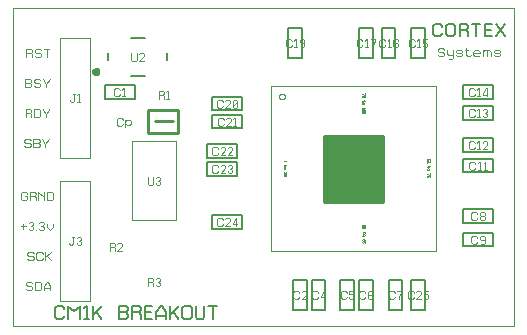
<source format=gto>
G75*
G71*
%OFA0B0*%
%FSLAX23Y23*%
%IPPOS*%
%LPD*%
%ADD10C,0.1*%
%ADD11C,0.111*%
%ADD12C,0.033*%
%ADD13C,0.127*%
%ADD14C,0.05*%
%ADD15C,0.203*%
%ADD16C,0.118*%
%ADD17C,0.25*%
%ADD18C,0.176*%
%LPD*%D10*
X0Y0D02*
X0Y100D01*
X0Y200D01*
X0Y300D01*
X0Y399D01*
X0Y499D01*
X0Y599D01*
X0Y699D01*
X0Y799D01*
X0Y899D01*
X0Y999D01*
X0Y1099D01*
X0Y1198D01*
X0Y1298D01*
X0Y1398D01*
X0Y1498D01*
X0Y1598D01*
X0Y1698D01*
X0Y1798D01*
X0Y1898D01*
X0Y1997D01*
X0Y2097D01*
X0Y2197D01*
X0Y2297D01*
X0Y2397D01*
X0Y2497D01*
X0Y2597D01*
X0Y2697D01*
X0Y2796D01*
X0Y2896D01*
X0Y2996D01*
X0Y3096D01*
X0Y3196D01*
X0Y3296D01*
X0Y3396D01*
X0Y3495D01*
X0Y3595D01*
X0Y3695D01*
X0Y3795D01*
X0Y3895D01*
X0Y3995D01*
X0Y4095D01*
X0Y4195D01*
X0Y4294D01*
X0Y4394D01*
X0Y4494D01*
X0Y4594D01*
X0Y4694D01*
X0Y4794D01*
X0Y4894D01*
X0Y4994D01*
X0Y5093D01*
X0Y5193D01*
X0Y5293D01*
X0Y5393D01*
X0Y5493D01*
X0Y5593D01*
X0Y5693D01*
X0Y5793D01*
X0Y5892D01*
X0Y5992D01*
X0Y6092D01*
X0Y6192D01*
X0Y6292D01*
X0Y6392D01*
X0Y6492D01*
X0Y6591D01*
X0Y6691D01*
X0Y6791D01*
X0Y6891D01*
X0Y6991D01*
X0Y7091D01*
X0Y7191D01*
X0Y7291D01*
X0Y7390D01*
X0Y7490D01*
X0Y7590D01*
X0Y7690D01*
X0Y7790D01*
X0Y7890D01*
X0Y7990D01*
X0Y8090D01*
X0Y8189D01*
X0Y8289D01*
X0Y8389D01*
X0Y8489D01*
X0Y8589D01*
X0Y8689D01*
X0Y8789D01*
X0Y8888D01*
X0Y8988D01*
X0Y9088D01*
X0Y9188D01*
X0Y9288D01*
X0Y9388D01*
X0Y9488D01*
X0Y9588D01*
X0Y9687D01*
X0Y9787D01*
X0Y9887D01*
X0Y9987D01*
X0Y10087D01*
X0Y10187D01*
X0Y10287D01*
X0Y10387D01*
X0Y10486D01*
X0Y10586D01*
X0Y10686D01*
X0Y10786D01*
X0Y10886D01*
X0Y10986D01*
X0Y11086D01*
X0Y11186D01*
X0Y11285D01*
X0Y11385D01*
X0Y11485D01*
X0Y11585D01*
X0Y11685D01*
X0Y11785D01*
X0Y11885D01*
X0Y11985D01*
X0Y12084D01*
X0Y12184D01*
X0Y12284D01*
X0Y12384D01*
X0Y12484D01*
X0Y12584D01*
X0Y12684D01*
X0Y12783D01*
X0Y12883D01*
X0Y12983D01*
X0Y13083D01*
X0Y13183D01*
X0Y13283D01*
X0Y13383D01*
X0Y13483D01*
X0Y13582D01*
X0Y13682D01*
X0Y13782D01*
X0Y13882D01*
X0Y13982D01*
X0Y14082D01*
X0Y14182D01*
X0Y14282D01*
X0Y14381D01*
X0Y14481D01*
X0Y14581D01*
X0Y14681D01*
X0Y14781D01*
X0Y14881D01*
X0Y14981D01*
X0Y15081D01*
X0Y15180D01*
X0Y15280D01*
X0Y15380D01*
X0Y15480D01*
X0Y15580D01*
X0Y15680D01*
X0Y15780D01*
X0Y15879D01*
X0Y15979D01*
X0Y16079D01*
X0Y16179D01*
X0Y16279D01*
X0Y16379D01*
X0Y16479D01*
X0Y16579D01*
X0Y16678D01*
X0Y16778D01*
X0Y16878D01*
X0Y16978D01*
X0Y17078D01*
X0Y17178D01*
X0Y17278D01*
X0Y17378D01*
X0Y17477D01*
X0Y17577D01*
X0Y17677D01*
X0Y17777D01*
X0Y17877D01*
X0Y17977D01*
X0Y18077D01*
X0Y18177D01*
X0Y18276D01*
X0Y18376D01*
X0Y18476D01*
X0Y18576D01*
X0Y18676D01*
X0Y18776D01*
X0Y18876D01*
X0Y18975D01*
X0Y19075D01*
X0Y19175D01*
X0Y19275D01*
X0Y19375D01*
X0Y19475D01*
X0Y19575D01*
X0Y19675D01*
X0Y19774D01*
X0Y19874D01*
X0Y19974D01*
X0Y20074D01*
X0Y20174D01*
X0Y20274D01*
X0Y20374D01*
X0Y20474D01*
X0Y20573D01*
X0Y20673D01*
X0Y20773D01*
X0Y20873D01*
X0Y20973D01*
X0Y21073D01*
X0Y21173D01*
X0Y21273D01*
X0Y21372D01*
X0Y21472D01*
X0Y21572D01*
X0Y21672D01*
X0Y21772D01*
X0Y21872D01*
X0Y21972D01*
X0Y22071D01*
X0Y22171D01*
X0Y22271D01*
X0Y22371D01*
X0Y22471D01*
X0Y22571D01*
X0Y22671D01*
X0Y22771D01*
X0Y22870D01*
X0Y22970D01*
X0Y23070D01*
X0Y23170D01*
X0Y23270D01*
X0Y23370D01*
X0Y23470D01*
X0Y23570D01*
X0Y23669D01*
X0Y23769D01*
X0Y23869D01*
X0Y23969D01*
X0Y24069D01*
X0Y24169D01*
X0Y24269D01*
X0Y24369D01*
X0Y24468D01*
X0Y24568D01*
X0Y24668D01*
X0Y24768D01*
X0Y24868D01*
X0Y24968D01*
X0Y25068D01*
X0Y25168D01*
X0Y25267D01*
X0Y25367D01*
X0Y25467D01*
X0Y25567D01*
X0Y25667D01*
X0Y25767D01*
X0Y25867D01*
X0Y25967D01*
X0Y26066D01*
X0Y26166D01*
X0Y26266D01*
X0Y26366D01*
X0Y26466D01*
X0Y26566D01*
X0Y26666D01*
X0Y26765D01*
X0Y26865D01*
X0Y26965D01*
X100Y26965D01*
X200Y26965D01*
X299Y26965D01*
X399Y26965D01*
X499Y26965D01*
X599Y26965D01*
X698Y26965D01*
X798Y26965D01*
X898Y26965D01*
X998Y26965D01*
X1098Y26965D01*
X1197Y26965D01*
X1297Y26965D01*
X1397Y26965D01*
X1497Y26965D01*
X1596Y26965D01*
X1696Y26965D01*
X1796Y26965D01*
X1896Y26965D01*
X1995Y26965D01*
X2095Y26965D01*
X2195Y26965D01*
X2295Y26965D01*
X2395Y26965D01*
X2494Y26965D01*
X2594Y26965D01*
X2694Y26965D01*
X2794Y26965D01*
X2893Y26965D01*
X2993Y26965D01*
X3093Y26965D01*
X3193Y26965D01*
X3293Y26965D01*
X3392Y26965D01*
X3492Y26965D01*
X3592Y26965D01*
X3692Y26965D01*
X3791Y26965D01*
X3891Y26965D01*
X3991Y26965D01*
X4091Y26965D01*
X4190Y26965D01*
X4290Y26965D01*
X4390Y26965D01*
X4490Y26965D01*
X4590Y26965D01*
X4689Y26965D01*
X4789Y26965D01*
X4889Y26965D01*
X4989Y26965D01*
X5088Y26965D01*
X5188Y26965D01*
X5288Y26965D01*
X5388Y26965D01*
X5488Y26965D01*
X5587Y26965D01*
X5687Y26965D01*
X5787Y26965D01*
X5887Y26965D01*
X5986Y26965D01*
X6086Y26965D01*
X6186Y26965D01*
X6286Y26965D01*
X6385Y26965D01*
X6485Y26965D01*
X6585Y26965D01*
X6685Y26965D01*
X6785Y26965D01*
X6884Y26965D01*
X6984Y26965D01*
X7084Y26965D01*
X7184Y26965D01*
X7283Y26965D01*
X7383Y26965D01*
X7483Y26965D01*
X7583Y26965D01*
X7683Y26965D01*
X7782Y26965D01*
X7882Y26965D01*
X7982Y26965D01*
X8082Y26965D01*
X8181Y26965D01*
X8281Y26965D01*
X8381Y26965D01*
X8481Y26965D01*
X8580Y26965D01*
X8680Y26965D01*
X8780Y26965D01*
X8880Y26965D01*
X8980Y26965D01*
X9079Y26965D01*
X9179Y26965D01*
X9279Y26965D01*
X9379Y26965D01*
X9478Y26965D01*
X9578Y26965D01*
X9678Y26965D01*
X9778Y26965D01*
X9878Y26965D01*
X9977Y26965D01*
X10077Y26965D01*
X10177Y26965D01*
X10277Y26965D01*
X10376Y26965D01*
X10476Y26965D01*
X10576Y26965D01*
X10676Y26965D01*
X10775Y26965D01*
X10875Y26965D01*
X10975Y26965D01*
X11075Y26965D01*
X11175Y26965D01*
X11274Y26965D01*
X11374Y26965D01*
X11474Y26965D01*
X11574Y26965D01*
X11673Y26965D01*
X11773Y26965D01*
X11873Y26965D01*
X11973Y26965D01*
X12073Y26965D01*
X12172Y26965D01*
X12272Y26965D01*
X12372Y26965D01*
X12472Y26965D01*
X12571Y26965D01*
X12671Y26965D01*
X12771Y26965D01*
X12871Y26965D01*
X12970Y26965D01*
X13070Y26965D01*
X13170Y26965D01*
X13270Y26965D01*
X13370Y26965D01*
X13469Y26965D01*
X13569Y26965D01*
X13669Y26965D01*
X13769Y26965D01*
X13868Y26965D01*
X13968Y26965D01*
X14068Y26965D01*
X14168Y26965D01*
X14268Y26965D01*
X14367Y26965D01*
X14467Y26965D01*
X14567Y26965D01*
X14667Y26965D01*
X14766Y26965D01*
X14866Y26965D01*
X14966Y26965D01*
X15066Y26965D01*
X15165Y26965D01*
X15265Y26965D01*
X15365Y26965D01*
X15465Y26965D01*
X15565Y26965D01*
X15664Y26965D01*
X15764Y26965D01*
X15864Y26965D01*
X15964Y26965D01*
X16063Y26965D01*
X16163Y26965D01*
X16263Y26965D01*
X16363Y26965D01*
X16463Y26965D01*
X16562Y26965D01*
X16662Y26965D01*
X16762Y26965D01*
X16862Y26965D01*
X16961Y26965D01*
X17061Y26965D01*
X17161Y26965D01*
X17261Y26965D01*
X17361Y26965D01*
X17460Y26965D01*
X17560Y26965D01*
X17660Y26965D01*
X17760Y26965D01*
X17859Y26965D01*
X17959Y26965D01*
X18059Y26965D01*
X18159Y26965D01*
X18258Y26965D01*
X18358Y26965D01*
X18458Y26965D01*
X18558Y26965D01*
X18658Y26965D01*
X18757Y26965D01*
X18857Y26965D01*
X18957Y26965D01*
X19057Y26965D01*
X19156Y26965D01*
X19256Y26965D01*
X19356Y26965D01*
X19456Y26965D01*
X19556Y26965D01*
X19655Y26965D01*
X19755Y26965D01*
X19855Y26965D01*
X19955Y26965D01*
X20054Y26965D01*
X20154Y26965D01*
X20254Y26965D01*
X20354Y26965D01*
X20453Y26965D01*
X20553Y26965D01*
X20653Y26965D01*
X20753Y26965D01*
X20853Y26965D01*
X20952Y26965D01*
X21052Y26965D01*
X21152Y26965D01*
X21252Y26965D01*
X21351Y26965D01*
X21451Y26965D01*
X21551Y26965D01*
X21651Y26965D01*
X21751Y26965D01*
X21850Y26965D01*
X21950Y26965D01*
X22050Y26965D01*
X22150Y26965D01*
X22249Y26965D01*
X22349Y26965D01*
X22449Y26965D01*
X22549Y26965D01*
X22649Y26965D01*
X22748Y26965D01*
X22848Y26965D01*
X22948Y26965D01*
X23048Y26965D01*
X23147Y26965D01*
X23247Y26965D01*
X23347Y26965D01*
X23447Y26965D01*
X23546Y26965D01*
X23646Y26965D01*
X23746Y26965D01*
X23846Y26965D01*
X23946Y26965D01*
X24045Y26965D01*
X24145Y26965D01*
X24245Y26965D01*
X24345Y26965D01*
X24444Y26965D01*
X24544Y26965D01*
X24644Y26965D01*
X24744Y26965D01*
X24844Y26965D01*
X24943Y26965D01*
X25043Y26965D01*
X25143Y26965D01*
X25243Y26965D01*
X25342Y26965D01*
X25442Y26965D01*
X25542Y26965D01*
X25642Y26965D01*
X25741Y26965D01*
X25841Y26965D01*
X25941Y26965D01*
X26041Y26965D01*
X26141Y26965D01*
X26240Y26965D01*
X26340Y26965D01*
X26440Y26965D01*
X26540Y26965D01*
X26639Y26965D01*
X26739Y26965D01*
X26839Y26965D01*
X26939Y26965D01*
X27039Y26965D01*
X27138Y26965D01*
X27238Y26965D01*
X27338Y26965D01*
X27438Y26965D01*
X27537Y26965D01*
X27637Y26965D01*
X27737Y26965D01*
X27837Y26965D01*
X27936Y26965D01*
X28036Y26965D01*
X28136Y26965D01*
X28236Y26965D01*
X28336Y26965D01*
X28435Y26965D01*
X28535Y26965D01*
X28635Y26965D01*
X28735Y26965D01*
X28834Y26965D01*
X28934Y26965D01*
X29034Y26965D01*
X29134Y26965D01*
X29234Y26965D01*
X29333Y26965D01*
X29433Y26965D01*
X29533Y26965D01*
X29633Y26965D01*
X29732Y26965D01*
X29832Y26965D01*
X29932Y26965D01*
X30032Y26965D01*
X30131Y26965D01*
X30231Y26965D01*
X30331Y26965D01*
X30431Y26965D01*
X30531Y26965D01*
X30630Y26965D01*
X30730Y26965D01*
X30830Y26965D01*
X30930Y26965D01*
X31029Y26965D01*
X31129Y26965D01*
X31229Y26965D01*
X31329Y26965D01*
X31429Y26965D01*
X31528Y26965D01*
X31628Y26965D01*
X31728Y26965D01*
X31828Y26965D01*
X31927Y26965D01*
X32027Y26965D01*
X32127Y26965D01*
X32227Y26965D01*
X32327Y26965D01*
X32426Y26965D01*
X32526Y26965D01*
X32626Y26965D01*
X32726Y26965D01*
X32825Y26965D01*
X32925Y26965D01*
X33025Y26965D01*
X33125Y26965D01*
X33224Y26965D01*
X33324Y26965D01*
X33424Y26965D01*
X33524Y26965D01*
X33624Y26965D01*
X33723Y26965D01*
X33823Y26965D01*
X33923Y26965D01*
X34023Y26965D01*
X34122Y26965D01*
X34222Y26965D01*
X34322Y26965D01*
X34422Y26965D01*
X34522Y26965D01*
X34621Y26965D01*
X34721Y26965D01*
X34821Y26965D01*
X34921Y26965D01*
X35020Y26965D01*
X35120Y26965D01*
X35220Y26965D01*
X35320Y26965D01*
X35419Y26965D01*
X35519Y26965D01*
X35619Y26965D01*
X35719Y26965D01*
X35819Y26965D01*
X35918Y26965D01*
X36018Y26965D01*
X36118Y26965D01*
X36218Y26965D01*
X36317Y26965D01*
X36417Y26965D01*
X36517Y26965D01*
X36617Y26965D01*
X36717Y26965D01*
X36816Y26965D01*
X36916Y26965D01*
X37016Y26965D01*
X37116Y26965D01*
X37215Y26965D01*
X37315Y26965D01*
X37415Y26965D01*
X37515Y26965D01*
X37615Y26965D01*
X37714Y26965D01*
X37814Y26965D01*
X37914Y26965D01*
X38014Y26965D01*
X38113Y26965D01*
X38213Y26965D01*
X38313Y26965D01*
X38413Y26965D01*
X38513Y26965D01*
X38612Y26965D01*
X38712Y26965D01*
X38812Y26965D01*
X38912Y26965D01*
X39011Y26965D01*
X39111Y26965D01*
X39211Y26965D01*
X39311Y26965D01*
X39410Y26965D01*
X39510Y26965D01*
X39610Y26965D01*
X39710Y26965D01*
X39810Y26965D01*
X39909Y26965D01*
X40009Y26965D01*
X40109Y26965D01*
X40209Y26965D01*
X40308Y26965D01*
X40408Y26965D01*
X40508Y26965D01*
X40608Y26965D01*
X40708Y26965D01*
X40807Y26965D01*
X40907Y26965D01*
X41007Y26965D01*
X41107Y26965D01*
X41206Y26965D01*
X41306Y26965D01*
X41406Y26965D01*
X41506Y26965D01*
X41606Y26965D01*
X41705Y26965D01*
X41805Y26965D01*
X41905Y26965D01*
X42005Y26965D01*
X42104Y26965D01*
X42204Y26965D01*
X42304Y26965D01*
X42404Y26965D01*
X42404Y26865D01*
X42404Y26766D01*
X42404Y26666D01*
X42404Y26566D01*
X42404Y26466D01*
X42404Y26366D01*
X42404Y26266D01*
X42404Y26166D01*
X42404Y26066D01*
X42404Y25967D01*
X42404Y25867D01*
X42404Y25767D01*
X42404Y25667D01*
X42404Y25567D01*
X42404Y25467D01*
X42404Y25367D01*
X42404Y25267D01*
X42404Y25168D01*
X42404Y25068D01*
X42404Y24968D01*
X42404Y24868D01*
X42404Y24768D01*
X42404Y24668D01*
X42404Y24568D01*
X42404Y24468D01*
X42404Y24369D01*
X42404Y24269D01*
X42404Y24169D01*
X42404Y24069D01*
X42404Y23969D01*
X42404Y23869D01*
X42404Y23769D01*
X42404Y23670D01*
X42404Y23570D01*
X42404Y23470D01*
X42404Y23370D01*
X42404Y23270D01*
X42404Y23170D01*
X42404Y23070D01*
X42404Y22970D01*
X42404Y22871D01*
X42404Y22771D01*
X42404Y22671D01*
X42404Y22571D01*
X42404Y22471D01*
X42404Y22371D01*
X42404Y22271D01*
X42404Y22171D01*
X42404Y22072D01*
X42404Y21972D01*
X42404Y21872D01*
X42404Y21772D01*
X42404Y21672D01*
X42404Y21572D01*
X42404Y21472D01*
X42404Y21372D01*
X42404Y21273D01*
X42404Y21173D01*
X42404Y21073D01*
X42404Y20973D01*
X42404Y20873D01*
X42404Y20773D01*
X42404Y20673D01*
X42404Y20574D01*
X42404Y20474D01*
X42404Y20374D01*
X42404Y20274D01*
X42404Y20174D01*
X42404Y20074D01*
X42404Y19974D01*
X42404Y19874D01*
X42404Y19775D01*
X42404Y19675D01*
X42404Y19575D01*
X42404Y19475D01*
X42404Y19375D01*
X42404Y19275D01*
X42404Y19175D01*
X42404Y19075D01*
X42404Y18976D01*
X42404Y18876D01*
X42404Y18776D01*
X42404Y18676D01*
X42404Y18576D01*
X42404Y18476D01*
X42404Y18376D01*
X42404Y18276D01*
X42404Y18177D01*
X42404Y18077D01*
X42404Y17977D01*
X42404Y17877D01*
X42404Y17777D01*
X42404Y17677D01*
X42404Y17577D01*
X42404Y17478D01*
X42404Y17378D01*
X42404Y17278D01*
X42404Y17178D01*
X42404Y17078D01*
X42404Y16978D01*
X42404Y16878D01*
X42404Y16778D01*
X42404Y16679D01*
X42404Y16579D01*
X42404Y16479D01*
X42404Y16379D01*
X42404Y16279D01*
X42404Y16179D01*
X42404Y16079D01*
X42404Y15979D01*
X42404Y15880D01*
X42404Y15780D01*
X42404Y15680D01*
X42404Y15580D01*
X42404Y15480D01*
X42404Y15380D01*
X42404Y15280D01*
X42404Y15180D01*
X42404Y15081D01*
X42404Y14981D01*
X42404Y14881D01*
X42404Y14781D01*
X42404Y14681D01*
X42404Y14581D01*
X42404Y14481D01*
X42404Y14382D01*
X42404Y14282D01*
X42404Y14182D01*
X42404Y14082D01*
X42404Y13982D01*
X42404Y13882D01*
X42404Y13782D01*
X42404Y13682D01*
X42404Y13583D01*
X42404Y13483D01*
X42404Y13383D01*
X42404Y13283D01*
X42404Y13183D01*
X42404Y13083D01*
X42404Y12983D01*
X42404Y12883D01*
X42404Y12784D01*
X42404Y12684D01*
X42404Y12584D01*
X42404Y12484D01*
X42404Y12384D01*
X42404Y12284D01*
X42404Y12184D01*
X42404Y12084D01*
X42404Y11985D01*
X42404Y11885D01*
X42404Y11785D01*
X42404Y11685D01*
X42404Y11585D01*
X42404Y11485D01*
X42404Y11385D01*
X42404Y11286D01*
X42404Y11186D01*
X42404Y11086D01*
X42404Y10986D01*
X42404Y10886D01*
X42404Y10786D01*
X42404Y10686D01*
X42404Y10586D01*
X42404Y10487D01*
X42404Y10387D01*
X42404Y10287D01*
X42404Y10187D01*
X42404Y10087D01*
X42404Y9987D01*
X42404Y9887D01*
X42404Y9787D01*
X42404Y9688D01*
X42404Y9588D01*
X42404Y9488D01*
X42404Y9388D01*
X42404Y9288D01*
X42404Y9188D01*
X42404Y9088D01*
X42404Y8988D01*
X42404Y8889D01*
X42404Y8789D01*
X42404Y8689D01*
X42404Y8589D01*
X42404Y8489D01*
X42404Y8389D01*
X42404Y8289D01*
X42404Y8190D01*
X42404Y8090D01*
X42404Y7990D01*
X42404Y7890D01*
X42404Y7790D01*
X42404Y7690D01*
X42404Y7590D01*
X42404Y7490D01*
X42404Y7391D01*
X42404Y7291D01*
X42404Y7191D01*
X42404Y7091D01*
X42404Y6991D01*
X42404Y6891D01*
X42404Y6791D01*
X42404Y6691D01*
X42404Y6592D01*
X42404Y6492D01*
X42404Y6392D01*
X42404Y6292D01*
X42404Y6192D01*
X42404Y6092D01*
X42404Y5992D01*
X42404Y5892D01*
X42404Y5793D01*
X42404Y5693D01*
X42404Y5593D01*
X42404Y5493D01*
X42404Y5393D01*
X42404Y5293D01*
X42404Y5193D01*
X42404Y5093D01*
X42404Y4994D01*
X42404Y4894D01*
X42404Y4794D01*
X42404Y4694D01*
X42404Y4594D01*
X42404Y4494D01*
X42404Y4394D01*
X42404Y4295D01*
X42404Y4195D01*
X42404Y4095D01*
X42404Y3995D01*
X42404Y3895D01*
X42404Y3795D01*
X42404Y3695D01*
X42404Y3595D01*
X42404Y3496D01*
X42404Y3396D01*
X42404Y3296D01*
X42404Y3196D01*
X42404Y3096D01*
X42404Y2996D01*
X42404Y2896D01*
X42404Y2796D01*
X42404Y2697D01*
X42404Y2597D01*
X42404Y2497D01*
X42404Y2397D01*
X42404Y2297D01*
X42404Y2197D01*
X42404Y2097D01*
X42404Y1997D01*
X42404Y1898D01*
X42404Y1798D01*
X42404Y1698D01*
X42404Y1598D01*
X42404Y1498D01*
X42404Y1398D01*
X42404Y1298D01*
X42404Y1199D01*
X42404Y1099D01*
X42404Y999D01*
X42404Y899D01*
X42404Y799D01*
X42404Y699D01*
X42404Y599D01*
X42404Y499D01*
X42404Y400D01*
X42404Y300D01*
X42404Y200D01*
X42404Y100D01*
X42404Y0D01*
X42304Y0D01*
X42204Y0D01*
X42104Y0D01*
X42005Y0D01*
X41905Y0D01*
X41805Y0D01*
X41705Y0D01*
X41606Y0D01*
X41506Y0D01*
X41406Y0D01*
X41306Y0D01*
X41206Y0D01*
X41107Y0D01*
X41007Y0D01*
X40907Y0D01*
X40807Y0D01*
X40708Y0D01*
X40608Y0D01*
X40508Y0D01*
X40408Y0D01*
X40309Y0D01*
X40209Y0D01*
X40109Y0D01*
X40009Y0D01*
X39909Y0D01*
X39810Y0D01*
X39710Y0D01*
X39610Y0D01*
X39510Y0D01*
X39411Y0D01*
X39311Y0D01*
X39211Y0D01*
X39111Y0D01*
X39011Y0D01*
X38912Y0D01*
X38812Y0D01*
X38712Y0D01*
X38612Y0D01*
X38513Y0D01*
X38413Y0D01*
X38313Y0D01*
X38213Y0D01*
X38114Y0D01*
X38014Y0D01*
X37914Y0D01*
X37814Y0D01*
X37714Y0D01*
X37615Y0D01*
X37515Y0D01*
X37415Y0D01*
X37315Y0D01*
X37216Y0D01*
X37116Y0D01*
X37016Y0D01*
X36916Y0D01*
X36816Y0D01*
X36717Y0D01*
X36617Y0D01*
X36517Y0D01*
X36417Y0D01*
X36318Y0D01*
X36218Y0D01*
X36118Y0D01*
X36018Y0D01*
X35919Y0D01*
X35819Y0D01*
X35719Y0D01*
X35619Y0D01*
X35519Y0D01*
X35420Y0D01*
X35320Y0D01*
X35220Y0D01*
X35120Y0D01*
X35021Y0D01*
X34921Y0D01*
X34821Y0D01*
X34721Y0D01*
X34621Y0D01*
X34522Y0D01*
X34422Y0D01*
X34322Y0D01*
X34222Y0D01*
X34123Y0D01*
X34023Y0D01*
X33923Y0D01*
X33823Y0D01*
X33723Y0D01*
X33624Y0D01*
X33524Y0D01*
X33424Y0D01*
X33324Y0D01*
X33225Y0D01*
X33125Y0D01*
X33025Y0D01*
X32925Y0D01*
X32826Y0D01*
X32726Y0D01*
X32626Y0D01*
X32526Y0D01*
X32426Y0D01*
X32327Y0D01*
X32227Y0D01*
X32127Y0D01*
X32027Y0D01*
X31928Y0D01*
X31828Y0D01*
X31728Y0D01*
X31628Y0D01*
X31528Y0D01*
X31429Y0D01*
X31329Y0D01*
X31229Y0D01*
X31129Y0D01*
X31030Y0D01*
X30930Y0D01*
X30830Y0D01*
X30730Y0D01*
X30631Y0D01*
X30531Y0D01*
X30431Y0D01*
X30331Y0D01*
X30231Y0D01*
X30132Y0D01*
X30032Y0D01*
X29932Y0D01*
X29832Y0D01*
X29733Y0D01*
X29633Y0D01*
X29533Y0D01*
X29433Y0D01*
X29333Y0D01*
X29234Y0D01*
X29134Y0D01*
X29034Y0D01*
X28934Y0D01*
X28835Y0D01*
X28735Y0D01*
X28635Y0D01*
X28535Y0D01*
X28436Y0D01*
X28336Y0D01*
X28236Y0D01*
X28136Y0D01*
X28036Y0D01*
X27937Y0D01*
X27837Y0D01*
X27737Y0D01*
X27637Y0D01*
X27538Y0D01*
X27438Y0D01*
X27338Y0D01*
X27238Y0D01*
X27138Y0D01*
X27039Y0D01*
X26939Y0D01*
X26839Y0D01*
X26739Y0D01*
X26640Y0D01*
X26540Y0D01*
X26440Y0D01*
X26340Y0D01*
X26241Y0D01*
X26141Y0D01*
X26041Y0D01*
X25941Y0D01*
X25841Y0D01*
X25742Y0D01*
X25642Y0D01*
X25542Y0D01*
X25442Y0D01*
X25343Y0D01*
X25243Y0D01*
X25143Y0D01*
X25043Y0D01*
X24943Y0D01*
X24844Y0D01*
X24744Y0D01*
X24644Y0D01*
X24544Y0D01*
X24445Y0D01*
X24345Y0D01*
X24245Y0D01*
X24145Y0D01*
X24045Y0D01*
X23946Y0D01*
X23846Y0D01*
X23746Y0D01*
X23646Y0D01*
X23547Y0D01*
X23447Y0D01*
X23347Y0D01*
X23247Y0D01*
X23148Y0D01*
X23048Y0D01*
X22948Y0D01*
X22848Y0D01*
X22748Y0D01*
X22649Y0D01*
X22549Y0D01*
X22449Y0D01*
X22349Y0D01*
X22250Y0D01*
X22150Y0D01*
X22050Y0D01*
X21950Y0D01*
X21850Y0D01*
X21751Y0D01*
X21651Y0D01*
X21551Y0D01*
X21451Y0D01*
X21352Y0D01*
X21252Y0D01*
X21152Y0D01*
X21052Y0D01*
X20953Y0D01*
X20853Y0D01*
X20753Y0D01*
X20653Y0D01*
X20553Y0D01*
X20454Y0D01*
X20354Y0D01*
X20254Y0D01*
X20154Y0D01*
X20055Y0D01*
X19955Y0D01*
X19855Y0D01*
X19755Y0D01*
X19655Y0D01*
X19556Y0D01*
X19456Y0D01*
X19356Y0D01*
X19256Y0D01*
X19157Y0D01*
X19057Y0D01*
X18957Y0D01*
X18857Y0D01*
X18758Y0D01*
X18658Y0D01*
X18558Y0D01*
X18458Y0D01*
X18358Y0D01*
X18259Y0D01*
X18159Y0D01*
X18059Y0D01*
X17959Y0D01*
X17860Y0D01*
X17760Y0D01*
X17660Y0D01*
X17560Y0D01*
X17460Y0D01*
X17361Y0D01*
X17261Y0D01*
X17161Y0D01*
X17061Y0D01*
X16962Y0D01*
X16862Y0D01*
X16762Y0D01*
X16662Y0D01*
X16563Y0D01*
X16463Y0D01*
X16363Y0D01*
X16263Y0D01*
X16163Y0D01*
X16064Y0D01*
X15964Y0D01*
X15864Y0D01*
X15764Y0D01*
X15665Y0D01*
X15565Y0D01*
X15465Y0D01*
X15365Y0D01*
X15265Y0D01*
X15166Y0D01*
X15066Y0D01*
X14966Y0D01*
X14866Y0D01*
X14767Y0D01*
X14667Y0D01*
X14567Y0D01*
X14467Y0D01*
X14367Y0D01*
X14268Y0D01*
X14168Y0D01*
X14068Y0D01*
X13968Y0D01*
X13869Y0D01*
X13769Y0D01*
X13669Y0D01*
X13569Y0D01*
X13470Y0D01*
X13370Y0D01*
X13270Y0D01*
X13170Y0D01*
X13070Y0D01*
X12971Y0D01*
X12871Y0D01*
X12771Y0D01*
X12671Y0D01*
X12572Y0D01*
X12472Y0D01*
X12372Y0D01*
X12272Y0D01*
X12172Y0D01*
X12073Y0D01*
X11973Y0D01*
X11873Y0D01*
X11773Y0D01*
X11674Y0D01*
X11574Y0D01*
X11474Y0D01*
X11374Y0D01*
X11275Y0D01*
X11175Y0D01*
X11075Y0D01*
X10975Y0D01*
X10875Y0D01*
X10776Y0D01*
X10676Y0D01*
X10576Y0D01*
X10476Y0D01*
X10377Y0D01*
X10277Y0D01*
X10177Y0D01*
X10077Y0D01*
X9977Y0D01*
X9878Y0D01*
X9778Y0D01*
X9678Y0D01*
X9578Y0D01*
X9479Y0D01*
X9379Y0D01*
X9279Y0D01*
X9179Y0D01*
X9079Y0D01*
X8980Y0D01*
X8880Y0D01*
X8780Y0D01*
X8680Y0D01*
X8581Y0D01*
X8481Y0D01*
X8381Y0D01*
X8281Y0D01*
X8182Y0D01*
X8082Y0D01*
X7982Y0D01*
X7882Y0D01*
X7782Y0D01*
X7683Y0D01*
X7583Y0D01*
X7483Y0D01*
X7383Y0D01*
X7284Y0D01*
X7184Y0D01*
X7084Y0D01*
X6984Y0D01*
X6884Y0D01*
X6785Y0D01*
X6685Y0D01*
X6585Y0D01*
X6485Y0D01*
X6386Y0D01*
X6286Y0D01*
X6186Y0D01*
X6086Y0D01*
X5987Y0D01*
X5887Y0D01*
X5787Y0D01*
X5687Y0D01*
X5587Y0D01*
X5488Y0D01*
X5388Y0D01*
X5288Y0D01*
X5188Y0D01*
X5089Y0D01*
X4989Y0D01*
X4889Y0D01*
X4789Y0D01*
X4689Y0D01*
X4590Y0D01*
X4490Y0D01*
X4390Y0D01*
X4290Y0D01*
X4191Y0D01*
X4091Y0D01*
X3991Y0D01*
X3891Y0D01*
X3791Y0D01*
X3692Y0D01*
X3592Y0D01*
X3492Y0D01*
X3392Y0D01*
X3293Y0D01*
X3193Y0D01*
X3093Y0D01*
X2993Y0D01*
X2894Y0D01*
X2794Y0D01*
X2694Y0D01*
X2594Y0D01*
X2494Y0D01*
X2395Y0D01*
X2295Y0D01*
X2195Y0D01*
X2095Y0D01*
X1996Y0D01*
X1896Y0D01*
X1796Y0D01*
X1696Y0D01*
X1596Y0D01*
X1497Y0D01*
X1397Y0D01*
X1297Y0D01*
X1197Y0D01*
X1098Y0D01*
X998Y0D01*
X898Y0D01*
X798Y0D01*
X698Y0D01*
X599Y0D01*
X499Y0D01*
X399Y0D01*
X299Y0D01*
X200Y0D01*
X100Y0D01*
X0Y0D01*
X0Y0D01*
D11*
X28364Y13728D02*
X28364Y13144D01*
X28447Y13061D01*
X28725Y13061D01*
X28808Y13144D01*
X28808Y13728D01*
D11*
X29169Y13061D02*
X29169Y13728D01*
X29114Y13728D01*
X29030Y13616D01*
D11*
X29030Y13061D02*
X29280Y13061D01*
D10*
X35822Y20394D02*
X35822Y6394D01*
X21822Y6394D01*
X21822Y20394D01*
X35822Y20394D01*
D10*
X22651Y19700D02*
X22851Y19700D01*
X22976Y19575D01*
X22976Y19375D01*
X22851Y19250D01*
X22651Y19250D01*
X22526Y19375D01*
X22526Y19575D01*
X22651Y19700D01*
D12*
X22897Y13998D02*
X23097Y13998D01*
X23097Y14015D01*
X23064Y14040D01*
D12*
X22897Y14040D02*
X22897Y13965D01*
D12*
X23097Y13657D02*
X22931Y13657D01*
X22897Y13623D01*
X22897Y13573D01*
X22922Y13548D01*
X22931Y13548D01*
D12*
X23047Y13682D02*
X23047Y13615D01*
D12*
X22939Y13482D02*
X23006Y13482D01*
X23047Y13440D01*
X23047Y13373D01*
X23006Y13332D01*
X22939Y13332D01*
X22897Y13373D01*
X22897Y13440D01*
X22939Y13482D01*
D12*
X23064Y13048D02*
X23072Y13048D01*
X23097Y13023D01*
X23097Y12957D01*
X23072Y12932D01*
X23014Y12932D01*
X22897Y13048D01*
X22897Y12932D01*
D12*
X22931Y12865D02*
X22922Y12865D01*
X22897Y12840D01*
X22897Y12773D01*
X22922Y12748D01*
X22981Y12748D01*
X23006Y12773D01*
X23006Y12865D01*
X23097Y12865D01*
X23097Y12765D01*
D12*
X29599Y7081D02*
X29591Y7081D01*
X29566Y7106D01*
X29566Y7172D01*
X29591Y7197D01*
X29649Y7197D01*
X29766Y7081D01*
X29766Y7197D01*
D12*
X29599Y7381D02*
X29591Y7381D01*
X29566Y7356D01*
X29566Y7289D01*
X29591Y7264D01*
X29741Y7264D01*
X29766Y7289D01*
X29766Y7356D01*
X29741Y7381D01*
X29691Y7381D01*
X29666Y7356D01*
X29666Y7264D01*
D12*
X29566Y7689D02*
X29732Y7689D01*
X29766Y7722D01*
X29766Y7772D01*
X29741Y7797D01*
X29732Y7797D01*
D12*
X29616Y7664D02*
X29616Y7731D01*
D12*
X29724Y7864D02*
X29657Y7864D01*
X29616Y7906D01*
X29616Y7972D01*
X29657Y8014D01*
X29724Y8014D01*
X29766Y7972D01*
X29766Y7906D01*
X29724Y7864D01*
D12*
X29732Y8297D02*
X29741Y8297D01*
X29766Y8322D01*
X29766Y8389D01*
X29741Y8414D01*
X29682Y8414D01*
X29657Y8389D01*
X29657Y8297D01*
X29566Y8297D01*
X29566Y8397D01*
D12*
X29766Y8506D02*
X29741Y8481D01*
X29591Y8481D01*
X29566Y8506D01*
X29566Y8572D01*
X29591Y8597D01*
X29741Y8597D01*
X29766Y8572D01*
X29766Y8506D01*
D12*
X29716Y8481D02*
X29616Y8597D01*
D12*
X35086Y14132D02*
X35077Y14132D01*
X35052Y14107D01*
X35052Y14040D01*
X35077Y14015D01*
X35136Y14015D01*
X35161Y14040D01*
X35161Y14132D01*
X35252Y14132D01*
X35252Y14032D01*
D12*
X35052Y13907D02*
X35252Y13907D01*
X35252Y13923D01*
X35219Y13948D01*
D12*
X35052Y13948D02*
X35052Y13873D01*
D12*
X35252Y13565D02*
X35086Y13565D01*
X35052Y13532D01*
X35052Y13482D01*
X35077Y13457D01*
X35086Y13457D01*
D12*
X35202Y13590D02*
X35202Y13523D01*
D12*
X35094Y13390D02*
X35161Y13390D01*
X35202Y13348D01*
X35202Y13282D01*
X35161Y13240D01*
X35094Y13240D01*
X35052Y13282D01*
X35052Y13348D01*
X35094Y13390D01*
D12*
X35052Y12907D02*
X35119Y12907D01*
X35219Y12840D01*
X35252Y12840D01*
X35252Y12957D01*
D12*
X35086Y12773D02*
X35077Y12773D01*
X35052Y12748D01*
X35052Y12682D01*
X35077Y12657D01*
X35136Y12657D01*
X35161Y12682D01*
X35161Y12773D01*
X35252Y12773D01*
X35252Y12673D01*
D12*
X29566Y19680D02*
X29632Y19680D01*
X29732Y19614D01*
X29766Y19614D01*
X29766Y19730D01*
D12*
X29732Y19430D02*
X29741Y19430D01*
X29766Y19455D01*
X29766Y19522D01*
X29741Y19547D01*
X29591Y19547D01*
X29566Y19522D01*
X29566Y19455D01*
X29591Y19430D01*
X29641Y19430D01*
X29666Y19455D01*
X29666Y19547D01*
D12*
X29766Y19122D02*
X29599Y19122D01*
X29566Y19089D01*
X29566Y19039D01*
X29591Y19014D01*
X29599Y19014D01*
D12*
X29716Y19147D02*
X29716Y19080D01*
D12*
X29607Y18947D02*
X29674Y18947D01*
X29716Y18905D01*
X29716Y18839D01*
X29674Y18797D01*
X29607Y18797D01*
X29566Y18839D01*
X29566Y18905D01*
X29607Y18947D01*
D12*
X29566Y18472D02*
X29766Y18472D01*
X29766Y18489D01*
X29732Y18514D01*
D12*
X29566Y18514D02*
X29566Y18439D01*
D12*
X29566Y18347D02*
X29591Y18372D01*
X29741Y18372D01*
X29766Y18347D01*
X29766Y18280D01*
X29741Y18255D01*
X29591Y18255D01*
X29566Y18280D01*
X29566Y18347D01*
D12*
X29616Y18372D02*
X29716Y18255D01*
D12*
X29566Y18164D02*
X29591Y18189D01*
X29741Y18189D01*
X29766Y18164D01*
X29766Y18097D01*
X29741Y18072D01*
X29591Y18072D01*
X29566Y18097D01*
X29566Y18164D01*
D12*
X29616Y18189D02*
X29716Y18072D01*
D10*
X28522Y15419D02*
X29122Y15419D01*
D10*
X29122Y15619D02*
X29122Y15219D01*
D10*
X29122Y15019D02*
X28772Y15019D01*
X28522Y14819D01*
X28772Y14619D01*
X29122Y14619D01*
D10*
X28522Y14419D02*
X29122Y14419D01*
X29122Y14119D01*
X29022Y14019D01*
X28922Y14019D01*
X28822Y14119D01*
X28822Y14419D01*
D10*
X28522Y13019D02*
X28722Y13019D01*
X29022Y12819D01*
X29122Y12819D01*
X29122Y13169D01*
D10*
X28522Y12544D02*
X28597Y12619D01*
X29047Y12619D01*
X29122Y12544D01*
X29122Y12344D01*
X29047Y12269D01*
X28597Y12269D01*
X28522Y12344D01*
X28522Y12544D01*
D10*
X28672Y12619D02*
X28972Y12269D01*
D10*
X28522Y11994D02*
X28597Y12069D01*
X29047Y12069D01*
X29122Y11994D01*
X29122Y11794D01*
X29047Y11719D01*
X28597Y11719D01*
X28522Y11794D01*
X28522Y11994D01*
D10*
X28672Y12069D02*
X28972Y11719D01*
D10*
X29022Y11519D02*
X29047Y11519D01*
X29122Y11444D01*
X29122Y11244D01*
X29047Y11169D01*
X28872Y11169D01*
X28522Y11519D01*
X28522Y11169D01*
D11*
X9030Y19662D02*
X9030Y19607D01*
X8919Y19496D01*
X8641Y19496D01*
X8530Y19607D01*
X8530Y20051D01*
X8641Y20162D01*
X8919Y20162D01*
X9030Y20051D01*
X9030Y19996D01*
D11*
X9391Y19496D02*
X9391Y20162D01*
X9336Y20162D01*
X9253Y20051D01*
D11*
X9253Y19496D02*
X9503Y19496D01*
D13*
X7746Y20400D02*
X10286Y20400D01*
D13*
X10286Y20400D02*
X10286Y19257D01*
D13*
X10286Y19257D02*
X7746Y19257D01*
D13*
X7746Y19257D02*
X7746Y20400D01*
D11*
X11396Y12668D02*
X11396Y12085D01*
X11479Y12001D01*
X11757Y12001D01*
X11840Y12085D01*
X11840Y12668D01*
D11*
X12063Y12557D02*
X12063Y12585D01*
X12146Y12668D01*
X12368Y12668D01*
X12452Y12585D01*
X12452Y12474D01*
X12313Y12335D01*
X12452Y12196D01*
X12452Y12085D01*
X12368Y12001D01*
X12146Y12001D01*
X12063Y12085D01*
X12063Y12113D01*
D11*
X12229Y12335D02*
X12313Y12335D01*
D14*
X10074Y15685D02*
X10174Y15685D01*
X10274Y15685D01*
X10374Y15685D01*
X10474Y15685D01*
X10574Y15685D01*
X10674Y15685D01*
X10774Y15685D01*
X10874Y15685D01*
X10974Y15685D01*
X11074Y15685D01*
X11174Y15685D01*
X11274Y15685D01*
X11374Y15685D01*
X11474Y15685D01*
X11574Y15685D01*
X11674Y15685D01*
X11774Y15685D01*
X11874Y15685D01*
X11974Y15685D01*
X12074Y15685D01*
X12174Y15685D01*
X12274Y15685D01*
X12374Y15685D01*
X12474Y15685D01*
X12574Y15685D01*
X12674Y15685D01*
X12774Y15685D01*
X12874Y15685D01*
X12974Y15685D01*
X13074Y15685D01*
X13174Y15685D01*
X13274Y15685D01*
X13374Y15685D01*
X13474Y15685D01*
X13574Y15685D01*
X13674Y15685D01*
X13774Y15685D01*
X13774Y15585D01*
X13774Y15485D01*
X13774Y15385D01*
X13774Y15285D01*
X13774Y15185D01*
X13774Y15085D01*
X13774Y14985D01*
X13774Y14885D01*
X13774Y14785D01*
X13774Y14685D01*
X13774Y14585D01*
X13774Y14485D01*
X13774Y14385D01*
X13774Y14285D01*
X13774Y14185D01*
X13774Y14085D01*
X13774Y13985D01*
X13774Y13885D01*
X13774Y13785D01*
X13774Y13685D01*
X13774Y13585D01*
X13774Y13485D01*
X13774Y13385D01*
X13774Y13285D01*
X13774Y13185D01*
X13774Y13085D01*
X13774Y12985D01*
X13774Y12885D01*
X13774Y12785D01*
X13774Y12685D01*
X13774Y12585D01*
X13774Y12485D01*
X13774Y12385D01*
X13774Y12285D01*
X13774Y12185D01*
X13774Y12085D01*
X13774Y11985D01*
X13774Y11885D01*
X13774Y11785D01*
X13774Y11685D01*
X13774Y11585D01*
X13774Y11485D01*
X13774Y11385D01*
X13774Y11285D01*
X13774Y11185D01*
X13774Y11085D01*
X13774Y10985D01*
X13774Y10885D01*
X13774Y10785D01*
X13774Y10685D01*
X13774Y10585D01*
X13774Y10485D01*
X13774Y10385D01*
X13774Y10285D01*
X13774Y10185D01*
X13774Y10085D01*
X13774Y9985D01*
X13774Y9885D01*
X13774Y9785D01*
X13774Y9685D01*
X13774Y9585D01*
X13774Y9485D01*
X13774Y9385D01*
X13774Y9285D01*
X13774Y9185D01*
X13774Y9085D01*
X13774Y8985D01*
X13674Y8985D01*
X13574Y8985D01*
X13474Y8985D01*
X13374Y8985D01*
X13274Y8985D01*
X13174Y8985D01*
X13074Y8985D01*
X12974Y8985D01*
X12874Y8985D01*
X12774Y8985D01*
X12674Y8985D01*
X12574Y8985D01*
X12474Y8985D01*
X12374Y8985D01*
X12274Y8985D01*
X12174Y8985D01*
X12074Y8985D01*
X11974Y8985D01*
X11874Y8985D01*
X11774Y8985D01*
X11674Y8985D01*
X11574Y8985D01*
X11474Y8985D01*
X11374Y8985D01*
X11274Y8985D01*
X11174Y8985D01*
X11074Y8985D01*
X10974Y8985D01*
X10874Y8985D01*
X10774Y8985D01*
X10674Y8985D01*
X10574Y8985D01*
X10474Y8985D01*
X10374Y8985D01*
X10274Y8985D01*
X10174Y8985D01*
X10074Y8985D01*
X10074Y9085D01*
X10074Y9185D01*
X10074Y9285D01*
X10074Y9385D01*
X10074Y9485D01*
X10074Y9585D01*
X10074Y9685D01*
X10074Y9785D01*
X10074Y9885D01*
X10074Y9985D01*
X10074Y10085D01*
X10074Y10185D01*
X10074Y10285D01*
X10074Y10385D01*
X10074Y10485D01*
X10074Y10585D01*
X10074Y10685D01*
X10074Y10785D01*
X10074Y10885D01*
X10074Y10985D01*
X10074Y11085D01*
X10074Y11185D01*
X10074Y11285D01*
X10074Y11385D01*
X10074Y11485D01*
X10074Y11585D01*
X10074Y11685D01*
X10074Y11785D01*
X10074Y11885D01*
X10074Y11985D01*
X10074Y12085D01*
X10074Y12185D01*
X10074Y12285D01*
X10074Y12385D01*
X10074Y12485D01*
X10074Y12585D01*
X10074Y12685D01*
X10074Y12785D01*
X10074Y12885D01*
X10074Y12985D01*
X10074Y13085D01*
X10074Y13185D01*
X10074Y13285D01*
X10074Y13385D01*
X10074Y13485D01*
X10074Y13585D01*
X10074Y13685D01*
X10074Y13785D01*
X10074Y13885D01*
X10074Y13985D01*
X10074Y14085D01*
X10074Y14185D01*
X10074Y14285D01*
X10074Y14385D01*
X10074Y14485D01*
X10074Y14585D01*
X10074Y14685D01*
X10074Y14785D01*
X10074Y14885D01*
X10074Y14985D01*
X10074Y15085D01*
X10074Y15185D01*
X10074Y15285D01*
X10074Y15385D01*
X10074Y15485D01*
X10074Y15585D01*
X10074Y15685D01*
D11*
X10015Y23152D02*
X10015Y22569D01*
X10098Y22486D01*
X10376Y22486D01*
X10459Y22569D01*
X10459Y23152D01*
D11*
X10681Y23041D02*
X10681Y23069D01*
X10765Y23152D01*
X10987Y23152D01*
X11070Y23069D01*
X11070Y22874D01*
X10681Y22486D01*
X11070Y22486D01*
D15*
X9942Y24419D02*
X11142Y24419D01*
D15*
X13042Y23119D02*
X13042Y22519D01*
D15*
X11142Y21219D02*
X9942Y21219D01*
D15*
X8042Y23119D02*
X8042Y22519D01*
D13*
X6779Y21540D02*
X6795Y21449D01*
X6841Y21369D01*
X6912Y21310D01*
X6998Y21279D01*
X7090Y21278D01*
X7177Y21310D01*
X7247Y21369D01*
X7293Y21449D01*
X7309Y21540D01*
X7294Y21631D01*
X7248Y21710D01*
X7177Y21769D01*
X7091Y21801D01*
X6998Y21801D01*
X6912Y21769D01*
X6841Y21710D01*
X6795Y21631D01*
X6779Y21540D01*
X6779Y21540D01*
D13*
X6899Y21540D02*
X6927Y21455D01*
X7000Y21402D01*
X7089Y21402D01*
X7162Y21455D01*
X7189Y21540D01*
X7162Y21625D01*
X7089Y21678D01*
X7000Y21678D01*
X6927Y21625D01*
X6899Y21540D01*
X6899Y21540D01*
D13*
X7016Y21540D02*
X7072Y21540D01*
X7016Y21540D01*
X7016Y21540D01*
D11*
X24228Y2513D02*
X24228Y2457D01*
X24117Y2346D01*
X23839Y2346D01*
X23728Y2457D01*
X23728Y2902D01*
X23839Y3013D01*
X24117Y3013D01*
X24228Y2902D01*
X24228Y2846D01*
D11*
X24450Y2902D02*
X24450Y2929D01*
X24534Y3013D01*
X24756Y3013D01*
X24839Y2929D01*
X24839Y2735D01*
X24450Y2346D01*
X24839Y2346D01*
D13*
X24855Y3949D02*
X24855Y1409D01*
D13*
X24855Y1409D02*
X23712Y1409D01*
D13*
X23712Y1409D02*
X23712Y3949D01*
D13*
X23712Y3949D02*
X24855Y3949D01*
D11*
X25807Y2513D02*
X25807Y2457D01*
X25696Y2346D01*
X25418Y2346D01*
X25307Y2457D01*
X25307Y2902D01*
X25418Y3013D01*
X25696Y3013D01*
X25807Y2902D01*
X25807Y2846D01*
D11*
X26362Y2346D02*
X26362Y3013D01*
X26307Y3013D01*
X26029Y2596D01*
X26029Y2485D01*
X26418Y2485D01*
D13*
X26434Y3949D02*
X26434Y1409D01*
D13*
X26434Y1409D02*
X25291Y1409D01*
D13*
X25291Y1409D02*
X25291Y3949D01*
D13*
X25291Y3949D02*
X26434Y3949D01*
D11*
X28228Y2513D02*
X28228Y2457D01*
X28117Y2346D01*
X27839Y2346D01*
X27728Y2457D01*
X27728Y2902D01*
X27839Y3013D01*
X28117Y3013D01*
X28228Y2902D01*
X28228Y2846D01*
D11*
X28450Y2457D02*
X28450Y2429D01*
X28534Y2346D01*
X28756Y2346D01*
X28839Y2429D01*
X28839Y2624D01*
X28756Y2707D01*
X28450Y2707D01*
X28450Y3013D01*
X28784Y3013D01*
D13*
X28855Y3949D02*
X28855Y1409D01*
D13*
X28855Y1409D02*
X27712Y1409D01*
D13*
X27712Y1409D02*
X27712Y3949D01*
D13*
X27712Y3949D02*
X28855Y3949D01*
D11*
X29807Y2513D02*
X29807Y2457D01*
X29696Y2346D01*
X29418Y2346D01*
X29307Y2457D01*
X29307Y2902D01*
X29418Y3013D01*
X29696Y3013D01*
X29807Y2902D01*
X29807Y2846D01*
D11*
X30418Y2902D02*
X30418Y2929D01*
X30335Y3013D01*
X30112Y3013D01*
X30029Y2929D01*
X30029Y2429D01*
X30112Y2346D01*
X30335Y2346D01*
X30418Y2429D01*
X30418Y2596D01*
X30335Y2679D01*
X30029Y2679D01*
D13*
X30434Y3949D02*
X30434Y1409D01*
D13*
X30434Y1409D02*
X29291Y1409D01*
D13*
X29291Y1409D02*
X29291Y3949D01*
D13*
X29291Y3949D02*
X30434Y3949D01*
D11*
X32307Y2513D02*
X32307Y2457D01*
X32196Y2346D01*
X31918Y2346D01*
X31807Y2457D01*
X31807Y2902D01*
X31918Y3013D01*
X32196Y3013D01*
X32307Y2902D01*
X32307Y2846D01*
D11*
X32696Y2346D02*
X32696Y2568D01*
X32918Y2902D01*
X32918Y3013D01*
X32529Y3013D01*
D13*
X32934Y3949D02*
X32934Y1409D01*
D13*
X32934Y1409D02*
X31791Y1409D01*
D13*
X31791Y1409D02*
X31791Y3949D01*
D13*
X31791Y3949D02*
X32934Y3949D01*
D11*
X39300Y9186D02*
X39300Y9130D01*
X39189Y9019D01*
X38911Y9019D01*
X38800Y9130D01*
X38800Y9575D01*
X38911Y9686D01*
X39189Y9686D01*
X39300Y9575D01*
X39300Y9519D01*
D11*
X39828Y9353D02*
X39911Y9269D01*
X39911Y9103D01*
X39828Y9019D01*
X39606Y9019D01*
X39522Y9103D01*
X39522Y9269D01*
X39606Y9353D01*
X39828Y9353D01*
X39911Y9436D01*
X39911Y9603D01*
X39828Y9686D01*
X39606Y9686D01*
X39522Y9603D01*
X39522Y9436D01*
X39606Y9353D01*
D13*
X38086Y9924D02*
X40626Y9924D01*
D13*
X40626Y9924D02*
X40626Y8781D01*
D13*
X40626Y8781D02*
X38086Y8781D01*
D13*
X38086Y8781D02*
X38086Y9924D01*
D11*
X39300Y7186D02*
X39300Y7130D01*
X39189Y7019D01*
X38911Y7019D01*
X38800Y7130D01*
X38800Y7575D01*
X38911Y7686D01*
X39189Y7686D01*
X39300Y7575D01*
X39300Y7519D01*
D11*
X39911Y7353D02*
X39606Y7353D01*
X39522Y7436D01*
X39522Y7603D01*
X39606Y7686D01*
X39828Y7686D01*
X39911Y7603D01*
X39911Y7103D01*
X39828Y7019D01*
X39606Y7019D01*
D13*
X38086Y7924D02*
X40626Y7924D01*
D13*
X40626Y7924D02*
X40626Y6781D01*
D13*
X40626Y6781D02*
X38086Y6781D01*
D13*
X38086Y6781D02*
X38086Y7924D01*
D11*
X39134Y13437D02*
X39134Y13381D01*
X39022Y13270D01*
X38745Y13270D01*
X38634Y13381D01*
X38634Y13825D01*
X38745Y13937D01*
X39022Y13937D01*
X39134Y13825D01*
X39134Y13770D01*
D11*
X39495Y13270D02*
X39495Y13937D01*
X39439Y13937D01*
X39356Y13825D01*
D11*
X39356Y13270D02*
X39606Y13270D01*
D11*
X39967Y13270D02*
X39967Y13937D01*
X39911Y13937D01*
X39828Y13825D01*
D11*
X39828Y13270D02*
X40078Y13270D01*
D13*
X38086Y14175D02*
X40626Y14175D01*
D13*
X40626Y14175D02*
X40626Y13032D01*
D13*
X40626Y13032D02*
X38086Y13032D01*
D13*
X38086Y13032D02*
X38086Y14175D01*
D11*
X39064Y15179D02*
X39064Y15123D01*
X38953Y15012D01*
X38675Y15012D01*
X38564Y15123D01*
X38564Y15567D01*
X38675Y15679D01*
X38953Y15679D01*
X39064Y15567D01*
X39064Y15512D01*
D11*
X39425Y15012D02*
X39425Y15679D01*
X39370Y15679D01*
X39286Y15567D01*
D11*
X39286Y15012D02*
X39536Y15012D01*
D11*
X39759Y15567D02*
X39759Y15595D01*
X39842Y15679D01*
X40064Y15679D01*
X40147Y15595D01*
X40147Y15401D01*
X39759Y15012D01*
X40147Y15012D01*
D13*
X38086Y15917D02*
X40626Y15917D01*
D13*
X40626Y15917D02*
X40626Y14774D01*
D13*
X40626Y14774D02*
X38086Y14774D01*
D13*
X38086Y14774D02*
X38086Y15917D01*
D11*
X39064Y17896D02*
X39064Y17841D01*
X38953Y17729D01*
X38675Y17729D01*
X38564Y17841D01*
X38564Y18285D01*
X38675Y18396D01*
X38953Y18396D01*
X39064Y18285D01*
X39064Y18229D01*
D11*
X39425Y17729D02*
X39425Y18396D01*
X39370Y18396D01*
X39286Y18285D01*
D11*
X39286Y17729D02*
X39536Y17729D01*
D11*
X39759Y18285D02*
X39759Y18313D01*
X39842Y18396D01*
X40064Y18396D01*
X40147Y18313D01*
X40147Y18202D01*
X40009Y18063D01*
X40147Y17924D01*
X40147Y17813D01*
X40064Y17729D01*
X39842Y17729D01*
X39759Y17813D01*
X39759Y17841D01*
D11*
X39925Y18063D02*
X40009Y18063D01*
D13*
X38086Y18634D02*
X40626Y18634D01*
D13*
X40626Y18634D02*
X40626Y17491D01*
D13*
X40626Y17491D02*
X38086Y17491D01*
D13*
X38086Y17491D02*
X38086Y18634D01*
D11*
X39064Y19662D02*
X39064Y19607D01*
X38953Y19496D01*
X38675Y19496D01*
X38564Y19607D01*
X38564Y20051D01*
X38675Y20162D01*
X38953Y20162D01*
X39064Y20051D01*
X39064Y19996D01*
D11*
X39425Y19496D02*
X39425Y20162D01*
X39370Y20162D01*
X39286Y20051D01*
D11*
X39286Y19496D02*
X39536Y19496D01*
D11*
X40092Y19496D02*
X40092Y20162D01*
X40036Y20162D01*
X39759Y19746D01*
X39759Y19635D01*
X40147Y19635D01*
D13*
X38086Y20400D02*
X40626Y20400D01*
D13*
X40626Y20400D02*
X40626Y19257D01*
D13*
X40626Y19257D02*
X38086Y19257D01*
D13*
X38086Y19257D02*
X38086Y20400D01*
D11*
X33992Y23802D02*
X33992Y23747D01*
X33881Y23636D01*
X33603Y23636D01*
X33492Y23747D01*
X33492Y24191D01*
X33603Y24302D01*
X33881Y24302D01*
X33992Y24191D01*
X33992Y24136D01*
D11*
X34353Y23636D02*
X34353Y24302D01*
X34298Y24302D01*
X34214Y24191D01*
D11*
X34214Y23636D02*
X34464Y23636D01*
D11*
X34687Y23747D02*
X34687Y23719D01*
X34770Y23636D01*
X34992Y23636D01*
X35075Y23719D01*
X35075Y23913D01*
X34992Y23997D01*
X34687Y23997D01*
X34687Y24302D01*
X35020Y24302D01*
D13*
X33712Y22699D02*
X33712Y25239D01*
D13*
X33712Y25239D02*
X34855Y25239D01*
D13*
X34855Y25239D02*
X34855Y22699D01*
D13*
X34855Y22699D02*
X33712Y22699D01*
D11*
X31492Y23802D02*
X31492Y23747D01*
X31381Y23636D01*
X31103Y23636D01*
X30992Y23747D01*
X30992Y24191D01*
X31103Y24302D01*
X31381Y24302D01*
X31492Y24191D01*
X31492Y24136D01*
D11*
X31853Y23636D02*
X31853Y24302D01*
X31798Y24302D01*
X31714Y24191D01*
D11*
X31714Y23636D02*
X31964Y23636D01*
D11*
X32575Y24191D02*
X32575Y24219D01*
X32492Y24302D01*
X32270Y24302D01*
X32187Y24219D01*
X32187Y23719D01*
X32270Y23636D01*
X32492Y23636D01*
X32575Y23719D01*
X32575Y23886D01*
X32492Y23969D01*
X32187Y23969D01*
D13*
X31212Y22699D02*
X31212Y25239D01*
D13*
X31212Y25239D02*
X32355Y25239D01*
D13*
X32355Y25239D02*
X32355Y22699D01*
D13*
X32355Y22699D02*
X31212Y22699D01*
D11*
X29571Y23802D02*
X29571Y23747D01*
X29460Y23636D01*
X29182Y23636D01*
X29071Y23747D01*
X29071Y24191D01*
X29182Y24302D01*
X29460Y24302D01*
X29571Y24191D01*
X29571Y24136D01*
D11*
X29932Y23636D02*
X29932Y24302D01*
X29876Y24302D01*
X29793Y24191D01*
D11*
X29793Y23636D02*
X30043Y23636D01*
D11*
X30432Y23636D02*
X30432Y23858D01*
X30654Y24191D01*
X30654Y24302D01*
X30265Y24302D01*
D13*
X29291Y22699D02*
X29291Y25239D01*
D13*
X29291Y25239D02*
X30434Y25239D01*
D13*
X30434Y25239D02*
X30434Y22699D01*
D13*
X30434Y22699D02*
X29291Y22699D01*
D11*
X23571Y23802D02*
X23571Y23747D01*
X23460Y23636D01*
X23182Y23636D01*
X23071Y23747D01*
X23071Y24191D01*
X23182Y24302D01*
X23460Y24302D01*
X23571Y24191D01*
X23571Y24136D01*
D11*
X23932Y23636D02*
X23932Y24302D01*
X23876Y24302D01*
X23793Y24191D01*
D11*
X23793Y23636D02*
X24043Y23636D01*
D11*
X24654Y23969D02*
X24348Y23969D01*
X24265Y24052D01*
X24265Y24219D01*
X24348Y24302D01*
X24571Y24302D01*
X24654Y24219D01*
X24654Y23719D01*
X24571Y23636D01*
X24348Y23636D01*
D13*
X23291Y22699D02*
X23291Y25239D01*
D13*
X23291Y25239D02*
X24434Y25239D01*
D13*
X24434Y25239D02*
X24434Y22699D01*
D13*
X24434Y22699D02*
X23291Y22699D01*
D11*
X17743Y18686D02*
X17743Y18630D01*
X17632Y18519D01*
X17354Y18519D01*
X17243Y18630D01*
X17243Y19075D01*
X17354Y19186D01*
X17632Y19186D01*
X17743Y19075D01*
X17743Y19019D01*
D11*
X17965Y19075D02*
X17965Y19103D01*
X18049Y19186D01*
X18271Y19186D01*
X18354Y19103D01*
X18354Y18908D01*
X17965Y18519D01*
X18354Y18519D01*
D11*
X18660Y18519D02*
X18576Y18603D01*
X18576Y19103D01*
X18660Y19186D01*
X18882Y19186D01*
X18965Y19103D01*
X18965Y18603D01*
X18882Y18519D01*
X18660Y18519D01*
D11*
X18576Y18686D02*
X18965Y19019D01*
D13*
X16834Y19424D02*
X19374Y19424D01*
D13*
X19374Y19424D02*
X19374Y18281D01*
D13*
X19374Y18281D02*
X16834Y18281D01*
D13*
X16834Y18281D02*
X16834Y19424D01*
D11*
X17812Y17175D02*
X17812Y17120D01*
X17701Y17009D01*
X17424Y17009D01*
X17312Y17120D01*
X17312Y17564D01*
X17424Y17675D01*
X17701Y17675D01*
X17812Y17564D01*
X17812Y17509D01*
D11*
X18035Y17564D02*
X18035Y17592D01*
X18118Y17675D01*
X18340Y17675D01*
X18424Y17592D01*
X18424Y17398D01*
X18035Y17009D01*
X18424Y17009D01*
D11*
X18785Y17009D02*
X18785Y17675D01*
X18729Y17675D01*
X18646Y17564D01*
D11*
X18646Y17009D02*
X18896Y17009D01*
D13*
X16834Y17914D02*
X19374Y17914D01*
D13*
X19374Y17914D02*
X19374Y16771D01*
D13*
X19374Y16771D02*
X16834Y16771D01*
D13*
X16834Y16771D02*
X16834Y17914D01*
D11*
X17340Y13179D02*
X17340Y13123D01*
X17228Y13012D01*
X16951Y13012D01*
X16840Y13123D01*
X16840Y13567D01*
X16951Y13679D01*
X17228Y13679D01*
X17340Y13567D01*
X17340Y13512D01*
D11*
X17562Y13567D02*
X17562Y13595D01*
X17645Y13679D01*
X17867Y13679D01*
X17951Y13595D01*
X17951Y13401D01*
X17562Y13012D01*
X17951Y13012D01*
D11*
X18173Y13567D02*
X18173Y13595D01*
X18256Y13679D01*
X18478Y13679D01*
X18562Y13595D01*
X18562Y13484D01*
X18423Y13345D01*
X18562Y13206D01*
X18562Y13095D01*
X18478Y13012D01*
X18256Y13012D01*
X18173Y13095D01*
X18173Y13123D01*
D11*
X18340Y13345D02*
X18423Y13345D01*
D13*
X16431Y13917D02*
X18971Y13917D01*
D13*
X18971Y13917D02*
X18971Y12774D01*
D13*
X18971Y12774D02*
X16431Y12774D01*
D13*
X16431Y12774D02*
X16431Y13917D01*
D11*
X17743Y8679D02*
X17743Y8623D01*
X17632Y8512D01*
X17354Y8512D01*
X17243Y8623D01*
X17243Y9067D01*
X17354Y9179D01*
X17632Y9179D01*
X17743Y9067D01*
X17743Y9012D01*
D11*
X17965Y9067D02*
X17965Y9095D01*
X18049Y9179D01*
X18271Y9179D01*
X18354Y9095D01*
X18354Y8901D01*
X17965Y8512D01*
X18354Y8512D01*
D11*
X18910Y8512D02*
X18910Y9179D01*
X18854Y9179D01*
X18576Y8762D01*
X18576Y8651D01*
X18965Y8651D01*
D13*
X16834Y9417D02*
X19374Y9417D01*
D13*
X19374Y9417D02*
X19374Y8274D01*
D13*
X19374Y8274D02*
X16834Y8274D01*
D13*
X16834Y8274D02*
X16834Y9417D01*
D11*
X33923Y2513D02*
X33923Y2457D01*
X33812Y2346D01*
X33534Y2346D01*
X33423Y2457D01*
X33423Y2902D01*
X33534Y3013D01*
X33812Y3013D01*
X33923Y2902D01*
X33923Y2846D01*
D11*
X34145Y2902D02*
X34145Y2929D01*
X34228Y3013D01*
X34450Y3013D01*
X34534Y2929D01*
X34534Y2735D01*
X34145Y2346D01*
X34534Y2346D01*
D11*
X34756Y2457D02*
X34756Y2429D01*
X34839Y2346D01*
X35062Y2346D01*
X35145Y2429D01*
X35145Y2624D01*
X35062Y2707D01*
X34756Y2707D01*
X34756Y3013D01*
X35089Y3013D01*
D13*
X34855Y3949D02*
X34855Y1409D01*
D13*
X34855Y1409D02*
X33712Y1409D01*
D13*
X33712Y1409D02*
X33712Y3949D01*
D13*
X33712Y3949D02*
X34855Y3949D01*
D11*
X4709Y7085D02*
X4709Y7029D01*
X4820Y6918D01*
X4987Y6918D01*
X5098Y7029D01*
X5098Y7585D01*
D11*
X4987Y7585D02*
X5154Y7585D01*
D11*
X5376Y7474D02*
X5376Y7501D01*
X5459Y7585D01*
X5682Y7585D01*
X5765Y7501D01*
X5765Y7390D01*
X5626Y7251D01*
X5765Y7113D01*
X5765Y7001D01*
X5682Y6918D01*
X5459Y6918D01*
X5376Y7001D01*
X5376Y7029D01*
D11*
X5543Y7251D02*
X5626Y7251D01*
D10*
X3987Y12331D02*
X6487Y12331D01*
X6487Y2171D01*
X3987Y2171D01*
X3987Y12331D01*
D11*
X4779Y19179D02*
X4779Y19123D01*
X4890Y19012D01*
X5057Y19012D01*
X5168Y19123D01*
X5168Y19679D01*
D11*
X5057Y19679D02*
X5223Y19679D01*
D11*
X5584Y19012D02*
X5584Y19679D01*
X5529Y19679D01*
X5445Y19567D01*
D11*
X5445Y19012D02*
X5695Y19012D01*
D10*
X3987Y24425D02*
X6487Y24425D01*
X6487Y14265D01*
X3987Y14265D01*
X3987Y24425D01*
D11*
X17340Y14679D02*
X17340Y14623D01*
X17228Y14512D01*
X16951Y14512D01*
X16840Y14623D01*
X16840Y15067D01*
X16951Y15179D01*
X17228Y15179D01*
X17340Y15067D01*
X17340Y15012D01*
D11*
X17562Y15067D02*
X17562Y15095D01*
X17645Y15179D01*
X17867Y15179D01*
X17951Y15095D01*
X17951Y14901D01*
X17562Y14512D01*
X17951Y14512D01*
D11*
X18173Y15067D02*
X18173Y15095D01*
X18256Y15179D01*
X18478Y15179D01*
X18562Y15095D01*
X18562Y14901D01*
X18173Y14512D01*
X18562Y14512D01*
D13*
X16431Y15417D02*
X18971Y15417D01*
D13*
X18971Y15417D02*
X18971Y14274D01*
D13*
X18971Y14274D02*
X16431Y14274D01*
D13*
X16431Y14274D02*
X16431Y15417D01*
D11*
X9273Y17175D02*
X9273Y17120D01*
X9162Y17009D01*
X8884Y17009D01*
X8773Y17120D01*
X8773Y17564D01*
X8884Y17675D01*
X9162Y17675D01*
X9273Y17564D01*
X9273Y17509D01*
D11*
X9495Y16842D02*
X9495Y17509D01*
D11*
X9495Y17370D02*
X9634Y17509D01*
X9856Y17509D01*
X9995Y17370D01*
X9995Y17231D01*
X9856Y17092D01*
X9634Y17092D01*
X9495Y17231D01*
D11*
X12315Y19291D02*
X12315Y19958D01*
X12649Y19958D01*
X12760Y19847D01*
X12760Y19735D01*
X12649Y19624D01*
X12315Y19624D01*
D11*
X12649Y19624D02*
X12760Y19513D01*
X12760Y19291D01*
D11*
X13121Y19291D02*
X13121Y19958D01*
X13065Y19958D01*
X12982Y19847D01*
D11*
X12982Y19291D02*
X13232Y19291D01*
D11*
X8165Y6382D02*
X8165Y7049D01*
X8498Y7049D01*
X8609Y6938D01*
X8609Y6827D01*
X8498Y6716D01*
X8165Y6716D01*
D11*
X8498Y6716D02*
X8609Y6605D01*
X8609Y6382D01*
D11*
X8831Y6938D02*
X8831Y6966D01*
X8915Y7049D01*
X9137Y7049D01*
X9220Y6966D01*
X9220Y6771D01*
X8831Y6382D01*
X9220Y6382D01*
D11*
X11396Y3418D02*
X11396Y4084D01*
X11729Y4084D01*
X11840Y3973D01*
X11840Y3862D01*
X11729Y3751D01*
X11396Y3751D01*
D11*
X11729Y3751D02*
X11840Y3640D01*
X11840Y3418D01*
D11*
X12063Y3973D02*
X12063Y4001D01*
X12146Y4084D01*
X12368Y4084D01*
X12452Y4001D01*
X12452Y3890D01*
X12313Y3751D01*
X12452Y3612D01*
X12452Y3501D01*
X12368Y3418D01*
X12146Y3418D01*
X12063Y3501D01*
X12063Y3529D01*
D11*
X12229Y3751D02*
X12313Y3751D01*
D16*
X992Y11003D02*
X1198Y11003D01*
X1198Y10826D01*
X1080Y10709D01*
X786Y10709D01*
X669Y10826D01*
X669Y11296D01*
X786Y11414D01*
X1080Y11414D01*
X1198Y11296D01*
X1198Y11238D01*
D16*
X1433Y10709D02*
X1433Y11414D01*
X1785Y11414D01*
X1903Y11296D01*
X1903Y11179D01*
X1785Y11061D01*
X1433Y11061D01*
D16*
X1785Y11061D02*
X1903Y10944D01*
X1903Y10709D01*
D16*
X2138Y10709D02*
X2138Y11414D01*
D16*
X2138Y11355D02*
X2608Y10915D01*
D16*
X2608Y10709D02*
X2608Y11414D01*
D16*
X2843Y10709D02*
X2843Y11414D01*
X3254Y11414D01*
X3371Y11296D01*
X3371Y10826D01*
X3254Y10709D01*
X2843Y10709D01*
D16*
X659Y8474D02*
X1070Y8474D01*
D16*
X864Y8266D02*
X864Y8683D01*
D16*
X1305Y8756D02*
X1305Y8786D01*
X1393Y8874D01*
X1628Y8874D01*
X1716Y8786D01*
X1716Y8668D01*
X1569Y8521D01*
X1716Y8375D01*
X1716Y8257D01*
X1628Y8169D01*
X1393Y8169D01*
X1305Y8257D01*
X1305Y8286D01*
D16*
X1481Y8521D02*
X1569Y8521D01*
D16*
X1951Y8169D02*
X1972Y8169D01*
X1972Y8189D01*
X1951Y8169D01*
D16*
X2207Y8756D02*
X2207Y8786D01*
X2295Y8874D01*
X2530Y8874D01*
X2618Y8786D01*
X2618Y8668D01*
X2471Y8521D01*
X2618Y8375D01*
X2618Y8257D01*
X2530Y8169D01*
X2295Y8169D01*
X2207Y8257D01*
X2207Y8286D01*
D16*
X2383Y8521D02*
X2471Y8521D01*
D16*
X2853Y8698D02*
X2853Y8404D01*
X3088Y8169D01*
X3147Y8169D01*
X3382Y8404D01*
X3382Y8698D01*
D16*
X1096Y3206D02*
X1213Y3089D01*
X1507Y3089D01*
X1624Y3206D01*
X1624Y3324D01*
X1507Y3441D01*
X1213Y3441D01*
X1096Y3559D01*
X1096Y3676D01*
X1213Y3794D01*
X1507Y3794D01*
X1624Y3676D01*
D16*
X1859Y3089D02*
X1859Y3794D01*
X2271Y3794D01*
X2388Y3676D01*
X2388Y3206D01*
X2271Y3089D01*
X1859Y3089D01*
D16*
X2623Y3089D02*
X2623Y3441D01*
X2858Y3794D01*
X2917Y3794D01*
X3152Y3441D01*
X3152Y3089D01*
D16*
X2623Y3265D02*
X3152Y3265D01*
D16*
X1199Y5734D02*
X1317Y5616D01*
X1610Y5616D01*
X1728Y5734D01*
X1728Y5851D01*
X1610Y5969D01*
X1317Y5969D01*
X1199Y6086D01*
X1199Y6204D01*
X1317Y6321D01*
X1610Y6321D01*
X1728Y6204D01*
D16*
X2492Y5793D02*
X2492Y5734D01*
X2374Y5616D01*
X2080Y5616D01*
X1963Y5734D01*
X1963Y6204D01*
X2080Y6321D01*
X2374Y6321D01*
X2492Y6204D01*
X2492Y6145D01*
D16*
X2727Y5616D02*
X2727Y6321D01*
D16*
X2727Y5851D02*
X3197Y6292D01*
X3197Y6321D01*
D16*
X3197Y5616D02*
X3197Y5646D01*
X2903Y5998D01*
D16*
X1125Y22803D02*
X1125Y23508D01*
X1478Y23508D01*
X1595Y23390D01*
X1595Y23273D01*
X1478Y23155D01*
X1125Y23155D01*
D16*
X1478Y23155D02*
X1595Y23038D01*
X1595Y22803D01*
D16*
X1830Y22920D02*
X1948Y22803D01*
X2241Y22803D01*
X2359Y22920D01*
X2359Y23038D01*
X2241Y23155D01*
X1948Y23155D01*
X1830Y23273D01*
X1830Y23390D01*
X1948Y23508D01*
X2241Y23508D01*
X2359Y23390D01*
D16*
X2829Y22803D02*
X2829Y23508D01*
D16*
X2594Y23508D02*
X3064Y23508D01*
D16*
X1021Y20263D02*
X1021Y20968D01*
X1433Y20968D01*
X1550Y20850D01*
X1550Y20733D01*
X1433Y20615D01*
X1021Y20615D01*
D16*
X1433Y20615D02*
X1550Y20498D01*
X1550Y20380D01*
X1433Y20263D01*
X1021Y20263D01*
D16*
X1785Y20380D02*
X1903Y20263D01*
X2196Y20263D01*
X2314Y20380D01*
X2314Y20498D01*
X2196Y20615D01*
X1903Y20615D01*
X1785Y20733D01*
X1785Y20850D01*
X1903Y20968D01*
X2196Y20968D01*
X2314Y20850D01*
D16*
X2549Y20968D02*
X2549Y20909D01*
X2813Y20557D01*
D16*
X2813Y20263D02*
X2813Y20557D01*
X3078Y20909D01*
X3078Y20968D01*
D16*
X1051Y17710D02*
X1051Y18415D01*
X1403Y18415D01*
X1521Y18298D01*
X1521Y18180D01*
X1403Y18063D01*
X1051Y18063D01*
D16*
X1403Y18063D02*
X1521Y17945D01*
X1521Y17710D01*
D16*
X1756Y17710D02*
X1756Y18415D01*
X2167Y18415D01*
X2284Y18298D01*
X2284Y17828D01*
X2167Y17710D01*
X1756Y17710D01*
D16*
X2519Y18415D02*
X2519Y18357D01*
X2784Y18004D01*
D16*
X2784Y17710D02*
X2784Y18004D01*
X3048Y18357D01*
X3048Y18415D01*
D16*
X947Y15300D02*
X1065Y15183D01*
X1358Y15183D01*
X1476Y15300D01*
X1476Y15418D01*
X1358Y15535D01*
X1065Y15535D01*
X947Y15653D01*
X947Y15770D01*
X1065Y15888D01*
X1358Y15888D01*
X1476Y15770D01*
D16*
X1711Y15183D02*
X1711Y15888D01*
X2122Y15888D01*
X2240Y15770D01*
X2240Y15653D01*
X2122Y15535D01*
X1711Y15535D01*
D16*
X2122Y15535D02*
X2240Y15418D01*
X2240Y15300D01*
X2122Y15183D01*
X1711Y15183D01*
D16*
X2475Y15888D02*
X2475Y15829D01*
X2739Y15477D01*
D16*
X2739Y15183D02*
X2739Y15477D01*
X3003Y15829D01*
X3003Y15888D01*
D17*
X26284Y16129D02*
X31284Y16129D01*
X31284Y10561D01*
X26284Y10561D01*
X26284Y16129D01*
G36*
X26284Y16129D02*
X31284Y16129D01*
X31284Y10561D01*
X26284Y10561D01*
X26284Y16129D01*
G37*
D18*
X4322Y917D02*
X4322Y828D01*
X4146Y652D01*
X3705Y652D01*
X3529Y828D01*
X3529Y1534D01*
X3705Y1710D01*
X4146Y1710D01*
X4322Y1534D01*
X4322Y1446D01*
D18*
X4675Y652D02*
X4675Y1710D01*
D18*
X4675Y1666D02*
X5160Y1313D01*
X5645Y1666D01*
D18*
X5645Y1710D02*
X5645Y652D01*
D18*
X6218Y652D02*
X6218Y1710D01*
X6130Y1710D01*
X5997Y1534D01*
D18*
X5997Y652D02*
X6394Y652D01*
D18*
X6747Y652D02*
X6747Y1710D01*
D18*
X6747Y1005D02*
X7452Y1666D01*
X7452Y1710D01*
D18*
X7452Y652D02*
X7452Y696D01*
X7011Y1225D01*
D18*
X8951Y652D02*
X8951Y1710D01*
X9568Y1710D01*
X9745Y1534D01*
X9745Y1357D01*
X9568Y1181D01*
X8951Y1181D01*
D18*
X9568Y1181D02*
X9745Y1005D01*
X9745Y828D01*
X9568Y652D01*
X8951Y652D01*
D18*
X10097Y652D02*
X10097Y1710D01*
X10626Y1710D01*
X10803Y1534D01*
X10803Y1357D01*
X10626Y1181D01*
X10097Y1181D01*
D18*
X10626Y1181D02*
X10803Y1005D01*
X10803Y652D01*
D18*
X11772Y652D02*
X11155Y652D01*
X11155Y1710D01*
X11772Y1710D01*
D18*
X11684Y1181D02*
X11155Y1181D01*
D18*
X12125Y652D02*
X12125Y1181D01*
X12478Y1710D01*
X12566Y1710D01*
X12919Y1181D01*
X12919Y652D01*
D18*
X12125Y917D02*
X12919Y917D01*
D18*
X13271Y652D02*
X13271Y1710D01*
D18*
X13271Y1005D02*
X13977Y1666D01*
X13977Y1710D01*
D18*
X13977Y652D02*
X13977Y696D01*
X13536Y1225D01*
D18*
X14506Y652D02*
X14329Y828D01*
X14329Y1534D01*
X14506Y1710D01*
X14946Y1710D01*
X15123Y1534D01*
X15123Y828D01*
X14946Y652D01*
X14506Y652D01*
D18*
X15475Y1710D02*
X15475Y784D01*
X15608Y652D01*
X16048Y652D01*
X16181Y784D01*
X16181Y1710D01*
D18*
X16886Y652D02*
X16886Y1710D01*
D18*
X16533Y1710D02*
X17239Y1710D01*
D18*
X36301Y24827D02*
X36301Y24739D01*
X36125Y24562D01*
X35684Y24562D01*
X35508Y24739D01*
X35508Y25444D01*
X35684Y25620D01*
X36125Y25620D01*
X36301Y25444D01*
X36301Y25356D01*
D18*
X36830Y24562D02*
X36654Y24739D01*
X36654Y25444D01*
X36830Y25620D01*
X37271Y25620D01*
X37448Y25444D01*
X37448Y24739D01*
X37271Y24562D01*
X36830Y24562D01*
D18*
X37800Y24562D02*
X37800Y25620D01*
X38329Y25620D01*
X38506Y25444D01*
X38506Y25268D01*
X38329Y25091D01*
X37800Y25091D01*
D18*
X38329Y25091D02*
X38506Y24915D01*
X38506Y24562D01*
D18*
X39211Y24562D02*
X39211Y25620D01*
D18*
X38858Y25620D02*
X39564Y25620D01*
D18*
X40533Y24562D02*
X39916Y24562D01*
X39916Y25620D01*
X40533Y25620D01*
D18*
X40445Y25091D02*
X39916Y25091D01*
D18*
X40886Y24562D02*
X40886Y24607D01*
X41680Y25576D01*
X41680Y25620D01*
D18*
X40886Y25620D02*
X40886Y25576D01*
X41680Y24607D01*
X41680Y24562D01*
D16*
X35979Y22972D02*
X36097Y22854D01*
X36391Y22854D01*
X36508Y22972D01*
X36508Y23089D01*
X36391Y23207D01*
X36097Y23207D01*
X35979Y23324D01*
X35979Y23442D01*
X36097Y23559D01*
X36391Y23559D01*
X36508Y23442D01*
D16*
X37272Y23383D02*
X37272Y22766D01*
X37184Y22678D01*
X36861Y22678D01*
D16*
X36743Y23383D02*
X36743Y23060D01*
X36861Y22942D01*
X37272Y22942D01*
D16*
X37507Y22972D02*
X37507Y22942D01*
X37595Y22854D01*
X37948Y22854D01*
X38036Y22942D01*
X38036Y23031D01*
X37948Y23119D01*
X37595Y23119D01*
X37507Y23207D01*
X37507Y23295D01*
X37595Y23383D01*
X37948Y23383D01*
X38036Y23295D01*
X38036Y23266D01*
D16*
X38359Y23559D02*
X38359Y22972D01*
X38476Y22854D01*
X38653Y22854D01*
X38741Y22942D01*
X38741Y22972D01*
D16*
X38271Y23383D02*
X38506Y23383D01*
D16*
X39446Y22854D02*
X39123Y22854D01*
X38976Y23001D01*
X38976Y23236D01*
X39123Y23383D01*
X39358Y23383D01*
X39504Y23236D01*
X39504Y23119D01*
X38976Y23119D01*
D16*
X39739Y23383D02*
X39739Y22854D01*
D16*
X39739Y23236D02*
X39886Y23383D01*
X40004Y23383D01*
X40092Y23295D01*
X40092Y22854D01*
D16*
X40092Y23295D02*
X40151Y23383D01*
X40298Y23383D01*
X40444Y23236D01*
X40444Y22854D01*
D16*
X40679Y22972D02*
X40679Y22942D01*
X40768Y22854D01*
X41120Y22854D01*
X41208Y22942D01*
X41208Y23031D01*
X41120Y23119D01*
X40768Y23119D01*
X40679Y23207D01*
X40679Y23295D01*
X40768Y23383D01*
X41120Y23383D01*
X41208Y23295D01*
X41208Y23266D01*
D17*
X11458Y18318D02*
X13942Y18318D01*
X13942Y16387D01*
X11458Y16387D01*
X11458Y18318D01*
D17*
X12030Y17352D02*
X12126Y17352D01*
X12222Y17352D01*
X12317Y17352D01*
X12413Y17352D01*
X12508Y17352D01*
X12604Y17352D01*
X12699Y17352D01*
X12795Y17352D01*
X12890Y17352D01*
X12986Y17352D01*
X13082Y17352D01*
X13177Y17352D01*
X13273Y17352D01*
X13368Y17352D01*
X13464Y17352D01*
X13528Y17352D01*
X13432Y17352D01*
X13337Y17352D01*
M02*

</source>
